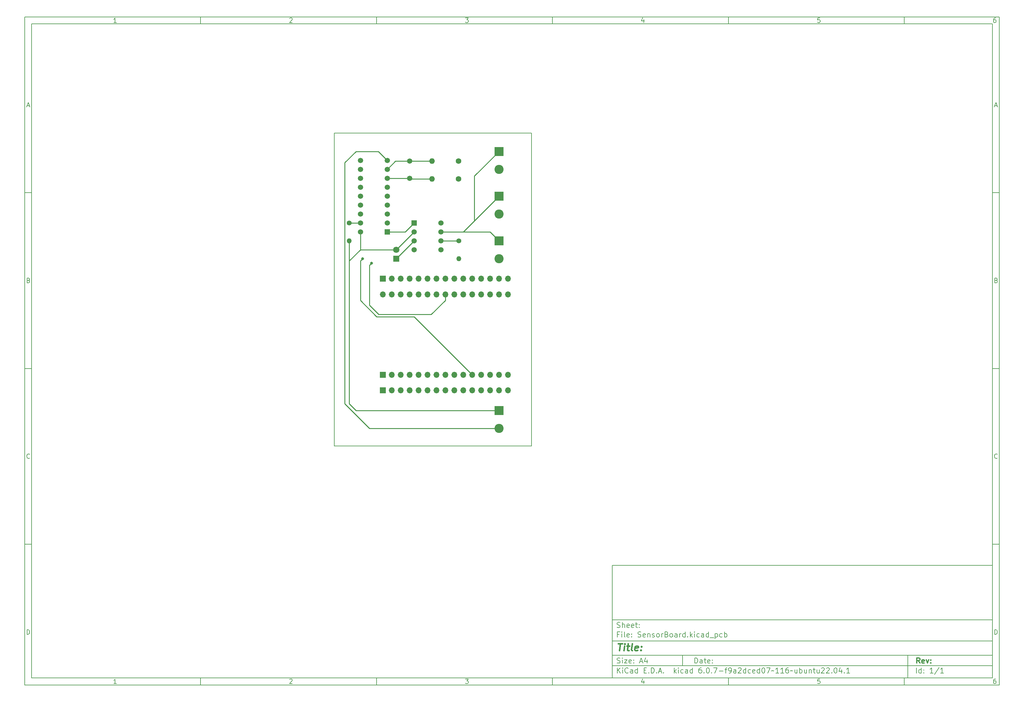
<source format=gbr>
%TF.GenerationSoftware,KiCad,Pcbnew,6.0.7-f9a2dced07~116~ubuntu22.04.1*%
%TF.CreationDate,2022-07-31T23:28:34-04:00*%
%TF.ProjectId,SensorBoard,53656e73-6f72-4426-9f61-72642e6b6963,rev?*%
%TF.SameCoordinates,Original*%
%TF.FileFunction,Copper,L1,Top*%
%TF.FilePolarity,Positive*%
%FSLAX46Y46*%
G04 Gerber Fmt 4.6, Leading zero omitted, Abs format (unit mm)*
G04 Created by KiCad (PCBNEW 6.0.7-f9a2dced07~116~ubuntu22.04.1) date 2022-07-31 23:28:34*
%MOMM*%
%LPD*%
G01*
G04 APERTURE LIST*
%ADD10C,0.100000*%
%ADD11C,0.150000*%
%ADD12C,0.300000*%
%ADD13C,0.400000*%
%TA.AperFunction,Profile*%
%ADD14C,0.200000*%
%TD*%
%TA.AperFunction,ComponentPad*%
%ADD15R,1.498600X1.498600*%
%TD*%
%TA.AperFunction,ComponentPad*%
%ADD16C,1.498600*%
%TD*%
%TA.AperFunction,ComponentPad*%
%ADD17R,1.700000X1.700000*%
%TD*%
%TA.AperFunction,ComponentPad*%
%ADD18O,1.700000X1.700000*%
%TD*%
%TA.AperFunction,ComponentPad*%
%ADD19R,1.800000X1.800000*%
%TD*%
%TA.AperFunction,ComponentPad*%
%ADD20C,1.800000*%
%TD*%
%TA.AperFunction,ComponentPad*%
%ADD21R,2.600000X2.600000*%
%TD*%
%TA.AperFunction,ComponentPad*%
%ADD22C,2.600000*%
%TD*%
%TA.AperFunction,ComponentPad*%
%ADD23C,1.600000*%
%TD*%
%TA.AperFunction,ComponentPad*%
%ADD24O,1.600000X1.600000*%
%TD*%
%TA.AperFunction,ComponentPad*%
%ADD25C,1.400000*%
%TD*%
%TA.AperFunction,ComponentPad*%
%ADD26O,1.400000X1.400000*%
%TD*%
%TA.AperFunction,ComponentPad*%
%ADD27C,1.500000*%
%TD*%
%TA.AperFunction,ViaPad*%
%ADD28C,0.800000*%
%TD*%
%TA.AperFunction,Conductor*%
%ADD29C,0.250000*%
%TD*%
G04 APERTURE END LIST*
D10*
D11*
X177002200Y-166007200D02*
X177002200Y-198007200D01*
X285002200Y-198007200D01*
X285002200Y-166007200D01*
X177002200Y-166007200D01*
D10*
D11*
X10000000Y-10000000D02*
X10000000Y-200007200D01*
X287002200Y-200007200D01*
X287002200Y-10000000D01*
X10000000Y-10000000D01*
D10*
D11*
X12000000Y-12000000D02*
X12000000Y-198007200D01*
X285002200Y-198007200D01*
X285002200Y-12000000D01*
X12000000Y-12000000D01*
D10*
D11*
X60000000Y-12000000D02*
X60000000Y-10000000D01*
D10*
D11*
X110000000Y-12000000D02*
X110000000Y-10000000D01*
D10*
D11*
X160000000Y-12000000D02*
X160000000Y-10000000D01*
D10*
D11*
X210000000Y-12000000D02*
X210000000Y-10000000D01*
D10*
D11*
X260000000Y-12000000D02*
X260000000Y-10000000D01*
D10*
D11*
X36065476Y-11588095D02*
X35322619Y-11588095D01*
X35694047Y-11588095D02*
X35694047Y-10288095D01*
X35570238Y-10473809D01*
X35446428Y-10597619D01*
X35322619Y-10659523D01*
D10*
D11*
X85322619Y-10411904D02*
X85384523Y-10350000D01*
X85508333Y-10288095D01*
X85817857Y-10288095D01*
X85941666Y-10350000D01*
X86003571Y-10411904D01*
X86065476Y-10535714D01*
X86065476Y-10659523D01*
X86003571Y-10845238D01*
X85260714Y-11588095D01*
X86065476Y-11588095D01*
D10*
D11*
X135260714Y-10288095D02*
X136065476Y-10288095D01*
X135632142Y-10783333D01*
X135817857Y-10783333D01*
X135941666Y-10845238D01*
X136003571Y-10907142D01*
X136065476Y-11030952D01*
X136065476Y-11340476D01*
X136003571Y-11464285D01*
X135941666Y-11526190D01*
X135817857Y-11588095D01*
X135446428Y-11588095D01*
X135322619Y-11526190D01*
X135260714Y-11464285D01*
D10*
D11*
X185941666Y-10721428D02*
X185941666Y-11588095D01*
X185632142Y-10226190D02*
X185322619Y-11154761D01*
X186127380Y-11154761D01*
D10*
D11*
X236003571Y-10288095D02*
X235384523Y-10288095D01*
X235322619Y-10907142D01*
X235384523Y-10845238D01*
X235508333Y-10783333D01*
X235817857Y-10783333D01*
X235941666Y-10845238D01*
X236003571Y-10907142D01*
X236065476Y-11030952D01*
X236065476Y-11340476D01*
X236003571Y-11464285D01*
X235941666Y-11526190D01*
X235817857Y-11588095D01*
X235508333Y-11588095D01*
X235384523Y-11526190D01*
X235322619Y-11464285D01*
D10*
D11*
X285941666Y-10288095D02*
X285694047Y-10288095D01*
X285570238Y-10350000D01*
X285508333Y-10411904D01*
X285384523Y-10597619D01*
X285322619Y-10845238D01*
X285322619Y-11340476D01*
X285384523Y-11464285D01*
X285446428Y-11526190D01*
X285570238Y-11588095D01*
X285817857Y-11588095D01*
X285941666Y-11526190D01*
X286003571Y-11464285D01*
X286065476Y-11340476D01*
X286065476Y-11030952D01*
X286003571Y-10907142D01*
X285941666Y-10845238D01*
X285817857Y-10783333D01*
X285570238Y-10783333D01*
X285446428Y-10845238D01*
X285384523Y-10907142D01*
X285322619Y-11030952D01*
D10*
D11*
X60000000Y-198007200D02*
X60000000Y-200007200D01*
D10*
D11*
X110000000Y-198007200D02*
X110000000Y-200007200D01*
D10*
D11*
X160000000Y-198007200D02*
X160000000Y-200007200D01*
D10*
D11*
X210000000Y-198007200D02*
X210000000Y-200007200D01*
D10*
D11*
X260000000Y-198007200D02*
X260000000Y-200007200D01*
D10*
D11*
X36065476Y-199595295D02*
X35322619Y-199595295D01*
X35694047Y-199595295D02*
X35694047Y-198295295D01*
X35570238Y-198481009D01*
X35446428Y-198604819D01*
X35322619Y-198666723D01*
D10*
D11*
X85322619Y-198419104D02*
X85384523Y-198357200D01*
X85508333Y-198295295D01*
X85817857Y-198295295D01*
X85941666Y-198357200D01*
X86003571Y-198419104D01*
X86065476Y-198542914D01*
X86065476Y-198666723D01*
X86003571Y-198852438D01*
X85260714Y-199595295D01*
X86065476Y-199595295D01*
D10*
D11*
X135260714Y-198295295D02*
X136065476Y-198295295D01*
X135632142Y-198790533D01*
X135817857Y-198790533D01*
X135941666Y-198852438D01*
X136003571Y-198914342D01*
X136065476Y-199038152D01*
X136065476Y-199347676D01*
X136003571Y-199471485D01*
X135941666Y-199533390D01*
X135817857Y-199595295D01*
X135446428Y-199595295D01*
X135322619Y-199533390D01*
X135260714Y-199471485D01*
D10*
D11*
X185941666Y-198728628D02*
X185941666Y-199595295D01*
X185632142Y-198233390D02*
X185322619Y-199161961D01*
X186127380Y-199161961D01*
D10*
D11*
X236003571Y-198295295D02*
X235384523Y-198295295D01*
X235322619Y-198914342D01*
X235384523Y-198852438D01*
X235508333Y-198790533D01*
X235817857Y-198790533D01*
X235941666Y-198852438D01*
X236003571Y-198914342D01*
X236065476Y-199038152D01*
X236065476Y-199347676D01*
X236003571Y-199471485D01*
X235941666Y-199533390D01*
X235817857Y-199595295D01*
X235508333Y-199595295D01*
X235384523Y-199533390D01*
X235322619Y-199471485D01*
D10*
D11*
X285941666Y-198295295D02*
X285694047Y-198295295D01*
X285570238Y-198357200D01*
X285508333Y-198419104D01*
X285384523Y-198604819D01*
X285322619Y-198852438D01*
X285322619Y-199347676D01*
X285384523Y-199471485D01*
X285446428Y-199533390D01*
X285570238Y-199595295D01*
X285817857Y-199595295D01*
X285941666Y-199533390D01*
X286003571Y-199471485D01*
X286065476Y-199347676D01*
X286065476Y-199038152D01*
X286003571Y-198914342D01*
X285941666Y-198852438D01*
X285817857Y-198790533D01*
X285570238Y-198790533D01*
X285446428Y-198852438D01*
X285384523Y-198914342D01*
X285322619Y-199038152D01*
D10*
D11*
X10000000Y-60000000D02*
X12000000Y-60000000D01*
D10*
D11*
X10000000Y-110000000D02*
X12000000Y-110000000D01*
D10*
D11*
X10000000Y-160000000D02*
X12000000Y-160000000D01*
D10*
D11*
X10690476Y-35216666D02*
X11309523Y-35216666D01*
X10566666Y-35588095D02*
X11000000Y-34288095D01*
X11433333Y-35588095D01*
D10*
D11*
X11092857Y-84907142D02*
X11278571Y-84969047D01*
X11340476Y-85030952D01*
X11402380Y-85154761D01*
X11402380Y-85340476D01*
X11340476Y-85464285D01*
X11278571Y-85526190D01*
X11154761Y-85588095D01*
X10659523Y-85588095D01*
X10659523Y-84288095D01*
X11092857Y-84288095D01*
X11216666Y-84350000D01*
X11278571Y-84411904D01*
X11340476Y-84535714D01*
X11340476Y-84659523D01*
X11278571Y-84783333D01*
X11216666Y-84845238D01*
X11092857Y-84907142D01*
X10659523Y-84907142D01*
D10*
D11*
X11402380Y-135464285D02*
X11340476Y-135526190D01*
X11154761Y-135588095D01*
X11030952Y-135588095D01*
X10845238Y-135526190D01*
X10721428Y-135402380D01*
X10659523Y-135278571D01*
X10597619Y-135030952D01*
X10597619Y-134845238D01*
X10659523Y-134597619D01*
X10721428Y-134473809D01*
X10845238Y-134350000D01*
X11030952Y-134288095D01*
X11154761Y-134288095D01*
X11340476Y-134350000D01*
X11402380Y-134411904D01*
D10*
D11*
X10659523Y-185588095D02*
X10659523Y-184288095D01*
X10969047Y-184288095D01*
X11154761Y-184350000D01*
X11278571Y-184473809D01*
X11340476Y-184597619D01*
X11402380Y-184845238D01*
X11402380Y-185030952D01*
X11340476Y-185278571D01*
X11278571Y-185402380D01*
X11154761Y-185526190D01*
X10969047Y-185588095D01*
X10659523Y-185588095D01*
D10*
D11*
X287002200Y-60000000D02*
X285002200Y-60000000D01*
D10*
D11*
X287002200Y-110000000D02*
X285002200Y-110000000D01*
D10*
D11*
X287002200Y-160000000D02*
X285002200Y-160000000D01*
D10*
D11*
X285692676Y-35216666D02*
X286311723Y-35216666D01*
X285568866Y-35588095D02*
X286002200Y-34288095D01*
X286435533Y-35588095D01*
D10*
D11*
X286095057Y-84907142D02*
X286280771Y-84969047D01*
X286342676Y-85030952D01*
X286404580Y-85154761D01*
X286404580Y-85340476D01*
X286342676Y-85464285D01*
X286280771Y-85526190D01*
X286156961Y-85588095D01*
X285661723Y-85588095D01*
X285661723Y-84288095D01*
X286095057Y-84288095D01*
X286218866Y-84350000D01*
X286280771Y-84411904D01*
X286342676Y-84535714D01*
X286342676Y-84659523D01*
X286280771Y-84783333D01*
X286218866Y-84845238D01*
X286095057Y-84907142D01*
X285661723Y-84907142D01*
D10*
D11*
X286404580Y-135464285D02*
X286342676Y-135526190D01*
X286156961Y-135588095D01*
X286033152Y-135588095D01*
X285847438Y-135526190D01*
X285723628Y-135402380D01*
X285661723Y-135278571D01*
X285599819Y-135030952D01*
X285599819Y-134845238D01*
X285661723Y-134597619D01*
X285723628Y-134473809D01*
X285847438Y-134350000D01*
X286033152Y-134288095D01*
X286156961Y-134288095D01*
X286342676Y-134350000D01*
X286404580Y-134411904D01*
D10*
D11*
X285661723Y-185588095D02*
X285661723Y-184288095D01*
X285971247Y-184288095D01*
X286156961Y-184350000D01*
X286280771Y-184473809D01*
X286342676Y-184597619D01*
X286404580Y-184845238D01*
X286404580Y-185030952D01*
X286342676Y-185278571D01*
X286280771Y-185402380D01*
X286156961Y-185526190D01*
X285971247Y-185588095D01*
X285661723Y-185588095D01*
D10*
D11*
X200434342Y-193785771D02*
X200434342Y-192285771D01*
X200791485Y-192285771D01*
X201005771Y-192357200D01*
X201148628Y-192500057D01*
X201220057Y-192642914D01*
X201291485Y-192928628D01*
X201291485Y-193142914D01*
X201220057Y-193428628D01*
X201148628Y-193571485D01*
X201005771Y-193714342D01*
X200791485Y-193785771D01*
X200434342Y-193785771D01*
X202577200Y-193785771D02*
X202577200Y-193000057D01*
X202505771Y-192857200D01*
X202362914Y-192785771D01*
X202077200Y-192785771D01*
X201934342Y-192857200D01*
X202577200Y-193714342D02*
X202434342Y-193785771D01*
X202077200Y-193785771D01*
X201934342Y-193714342D01*
X201862914Y-193571485D01*
X201862914Y-193428628D01*
X201934342Y-193285771D01*
X202077200Y-193214342D01*
X202434342Y-193214342D01*
X202577200Y-193142914D01*
X203077200Y-192785771D02*
X203648628Y-192785771D01*
X203291485Y-192285771D02*
X203291485Y-193571485D01*
X203362914Y-193714342D01*
X203505771Y-193785771D01*
X203648628Y-193785771D01*
X204720057Y-193714342D02*
X204577200Y-193785771D01*
X204291485Y-193785771D01*
X204148628Y-193714342D01*
X204077200Y-193571485D01*
X204077200Y-193000057D01*
X204148628Y-192857200D01*
X204291485Y-192785771D01*
X204577200Y-192785771D01*
X204720057Y-192857200D01*
X204791485Y-193000057D01*
X204791485Y-193142914D01*
X204077200Y-193285771D01*
X205434342Y-193642914D02*
X205505771Y-193714342D01*
X205434342Y-193785771D01*
X205362914Y-193714342D01*
X205434342Y-193642914D01*
X205434342Y-193785771D01*
X205434342Y-192857200D02*
X205505771Y-192928628D01*
X205434342Y-193000057D01*
X205362914Y-192928628D01*
X205434342Y-192857200D01*
X205434342Y-193000057D01*
D10*
D11*
X177002200Y-194507200D02*
X285002200Y-194507200D01*
D10*
D11*
X178434342Y-196585771D02*
X178434342Y-195085771D01*
X179291485Y-196585771D02*
X178648628Y-195728628D01*
X179291485Y-195085771D02*
X178434342Y-195942914D01*
X179934342Y-196585771D02*
X179934342Y-195585771D01*
X179934342Y-195085771D02*
X179862914Y-195157200D01*
X179934342Y-195228628D01*
X180005771Y-195157200D01*
X179934342Y-195085771D01*
X179934342Y-195228628D01*
X181505771Y-196442914D02*
X181434342Y-196514342D01*
X181220057Y-196585771D01*
X181077200Y-196585771D01*
X180862914Y-196514342D01*
X180720057Y-196371485D01*
X180648628Y-196228628D01*
X180577200Y-195942914D01*
X180577200Y-195728628D01*
X180648628Y-195442914D01*
X180720057Y-195300057D01*
X180862914Y-195157200D01*
X181077200Y-195085771D01*
X181220057Y-195085771D01*
X181434342Y-195157200D01*
X181505771Y-195228628D01*
X182791485Y-196585771D02*
X182791485Y-195800057D01*
X182720057Y-195657200D01*
X182577200Y-195585771D01*
X182291485Y-195585771D01*
X182148628Y-195657200D01*
X182791485Y-196514342D02*
X182648628Y-196585771D01*
X182291485Y-196585771D01*
X182148628Y-196514342D01*
X182077200Y-196371485D01*
X182077200Y-196228628D01*
X182148628Y-196085771D01*
X182291485Y-196014342D01*
X182648628Y-196014342D01*
X182791485Y-195942914D01*
X184148628Y-196585771D02*
X184148628Y-195085771D01*
X184148628Y-196514342D02*
X184005771Y-196585771D01*
X183720057Y-196585771D01*
X183577200Y-196514342D01*
X183505771Y-196442914D01*
X183434342Y-196300057D01*
X183434342Y-195871485D01*
X183505771Y-195728628D01*
X183577200Y-195657200D01*
X183720057Y-195585771D01*
X184005771Y-195585771D01*
X184148628Y-195657200D01*
X186005771Y-195800057D02*
X186505771Y-195800057D01*
X186720057Y-196585771D02*
X186005771Y-196585771D01*
X186005771Y-195085771D01*
X186720057Y-195085771D01*
X187362914Y-196442914D02*
X187434342Y-196514342D01*
X187362914Y-196585771D01*
X187291485Y-196514342D01*
X187362914Y-196442914D01*
X187362914Y-196585771D01*
X188077200Y-196585771D02*
X188077200Y-195085771D01*
X188434342Y-195085771D01*
X188648628Y-195157200D01*
X188791485Y-195300057D01*
X188862914Y-195442914D01*
X188934342Y-195728628D01*
X188934342Y-195942914D01*
X188862914Y-196228628D01*
X188791485Y-196371485D01*
X188648628Y-196514342D01*
X188434342Y-196585771D01*
X188077200Y-196585771D01*
X189577200Y-196442914D02*
X189648628Y-196514342D01*
X189577200Y-196585771D01*
X189505771Y-196514342D01*
X189577200Y-196442914D01*
X189577200Y-196585771D01*
X190220057Y-196157200D02*
X190934342Y-196157200D01*
X190077200Y-196585771D02*
X190577200Y-195085771D01*
X191077200Y-196585771D01*
X191577200Y-196442914D02*
X191648628Y-196514342D01*
X191577200Y-196585771D01*
X191505771Y-196514342D01*
X191577200Y-196442914D01*
X191577200Y-196585771D01*
X194577200Y-196585771D02*
X194577200Y-195085771D01*
X194720057Y-196014342D02*
X195148628Y-196585771D01*
X195148628Y-195585771D02*
X194577200Y-196157200D01*
X195791485Y-196585771D02*
X195791485Y-195585771D01*
X195791485Y-195085771D02*
X195720057Y-195157200D01*
X195791485Y-195228628D01*
X195862914Y-195157200D01*
X195791485Y-195085771D01*
X195791485Y-195228628D01*
X197148628Y-196514342D02*
X197005771Y-196585771D01*
X196720057Y-196585771D01*
X196577200Y-196514342D01*
X196505771Y-196442914D01*
X196434342Y-196300057D01*
X196434342Y-195871485D01*
X196505771Y-195728628D01*
X196577200Y-195657200D01*
X196720057Y-195585771D01*
X197005771Y-195585771D01*
X197148628Y-195657200D01*
X198434342Y-196585771D02*
X198434342Y-195800057D01*
X198362914Y-195657200D01*
X198220057Y-195585771D01*
X197934342Y-195585771D01*
X197791485Y-195657200D01*
X198434342Y-196514342D02*
X198291485Y-196585771D01*
X197934342Y-196585771D01*
X197791485Y-196514342D01*
X197720057Y-196371485D01*
X197720057Y-196228628D01*
X197791485Y-196085771D01*
X197934342Y-196014342D01*
X198291485Y-196014342D01*
X198434342Y-195942914D01*
X199791485Y-196585771D02*
X199791485Y-195085771D01*
X199791485Y-196514342D02*
X199648628Y-196585771D01*
X199362914Y-196585771D01*
X199220057Y-196514342D01*
X199148628Y-196442914D01*
X199077200Y-196300057D01*
X199077200Y-195871485D01*
X199148628Y-195728628D01*
X199220057Y-195657200D01*
X199362914Y-195585771D01*
X199648628Y-195585771D01*
X199791485Y-195657200D01*
X202291485Y-195085771D02*
X202005771Y-195085771D01*
X201862914Y-195157200D01*
X201791485Y-195228628D01*
X201648628Y-195442914D01*
X201577200Y-195728628D01*
X201577200Y-196300057D01*
X201648628Y-196442914D01*
X201720057Y-196514342D01*
X201862914Y-196585771D01*
X202148628Y-196585771D01*
X202291485Y-196514342D01*
X202362914Y-196442914D01*
X202434342Y-196300057D01*
X202434342Y-195942914D01*
X202362914Y-195800057D01*
X202291485Y-195728628D01*
X202148628Y-195657200D01*
X201862914Y-195657200D01*
X201720057Y-195728628D01*
X201648628Y-195800057D01*
X201577200Y-195942914D01*
X203077200Y-196442914D02*
X203148628Y-196514342D01*
X203077200Y-196585771D01*
X203005771Y-196514342D01*
X203077200Y-196442914D01*
X203077200Y-196585771D01*
X204077200Y-195085771D02*
X204220057Y-195085771D01*
X204362914Y-195157200D01*
X204434342Y-195228628D01*
X204505771Y-195371485D01*
X204577200Y-195657200D01*
X204577200Y-196014342D01*
X204505771Y-196300057D01*
X204434342Y-196442914D01*
X204362914Y-196514342D01*
X204220057Y-196585771D01*
X204077200Y-196585771D01*
X203934342Y-196514342D01*
X203862914Y-196442914D01*
X203791485Y-196300057D01*
X203720057Y-196014342D01*
X203720057Y-195657200D01*
X203791485Y-195371485D01*
X203862914Y-195228628D01*
X203934342Y-195157200D01*
X204077200Y-195085771D01*
X205220057Y-196442914D02*
X205291485Y-196514342D01*
X205220057Y-196585771D01*
X205148628Y-196514342D01*
X205220057Y-196442914D01*
X205220057Y-196585771D01*
X205791485Y-195085771D02*
X206791485Y-195085771D01*
X206148628Y-196585771D01*
X207362914Y-196014342D02*
X208505771Y-196014342D01*
X209005771Y-195585771D02*
X209577200Y-195585771D01*
X209220057Y-196585771D02*
X209220057Y-195300057D01*
X209291485Y-195157200D01*
X209434342Y-195085771D01*
X209577200Y-195085771D01*
X210148628Y-196585771D02*
X210434342Y-196585771D01*
X210577200Y-196514342D01*
X210648628Y-196442914D01*
X210791485Y-196228628D01*
X210862914Y-195942914D01*
X210862914Y-195371485D01*
X210791485Y-195228628D01*
X210720057Y-195157200D01*
X210577200Y-195085771D01*
X210291485Y-195085771D01*
X210148628Y-195157200D01*
X210077200Y-195228628D01*
X210005771Y-195371485D01*
X210005771Y-195728628D01*
X210077200Y-195871485D01*
X210148628Y-195942914D01*
X210291485Y-196014342D01*
X210577200Y-196014342D01*
X210720057Y-195942914D01*
X210791485Y-195871485D01*
X210862914Y-195728628D01*
X212148628Y-196585771D02*
X212148628Y-195800057D01*
X212077200Y-195657200D01*
X211934342Y-195585771D01*
X211648628Y-195585771D01*
X211505771Y-195657200D01*
X212148628Y-196514342D02*
X212005771Y-196585771D01*
X211648628Y-196585771D01*
X211505771Y-196514342D01*
X211434342Y-196371485D01*
X211434342Y-196228628D01*
X211505771Y-196085771D01*
X211648628Y-196014342D01*
X212005771Y-196014342D01*
X212148628Y-195942914D01*
X212791485Y-195228628D02*
X212862914Y-195157200D01*
X213005771Y-195085771D01*
X213362914Y-195085771D01*
X213505771Y-195157200D01*
X213577200Y-195228628D01*
X213648628Y-195371485D01*
X213648628Y-195514342D01*
X213577200Y-195728628D01*
X212720057Y-196585771D01*
X213648628Y-196585771D01*
X214934342Y-196585771D02*
X214934342Y-195085771D01*
X214934342Y-196514342D02*
X214791485Y-196585771D01*
X214505771Y-196585771D01*
X214362914Y-196514342D01*
X214291485Y-196442914D01*
X214220057Y-196300057D01*
X214220057Y-195871485D01*
X214291485Y-195728628D01*
X214362914Y-195657200D01*
X214505771Y-195585771D01*
X214791485Y-195585771D01*
X214934342Y-195657200D01*
X216291485Y-196514342D02*
X216148628Y-196585771D01*
X215862914Y-196585771D01*
X215720057Y-196514342D01*
X215648628Y-196442914D01*
X215577200Y-196300057D01*
X215577200Y-195871485D01*
X215648628Y-195728628D01*
X215720057Y-195657200D01*
X215862914Y-195585771D01*
X216148628Y-195585771D01*
X216291485Y-195657200D01*
X217505771Y-196514342D02*
X217362914Y-196585771D01*
X217077200Y-196585771D01*
X216934342Y-196514342D01*
X216862914Y-196371485D01*
X216862914Y-195800057D01*
X216934342Y-195657200D01*
X217077200Y-195585771D01*
X217362914Y-195585771D01*
X217505771Y-195657200D01*
X217577200Y-195800057D01*
X217577200Y-195942914D01*
X216862914Y-196085771D01*
X218862914Y-196585771D02*
X218862914Y-195085771D01*
X218862914Y-196514342D02*
X218720057Y-196585771D01*
X218434342Y-196585771D01*
X218291485Y-196514342D01*
X218220057Y-196442914D01*
X218148628Y-196300057D01*
X218148628Y-195871485D01*
X218220057Y-195728628D01*
X218291485Y-195657200D01*
X218434342Y-195585771D01*
X218720057Y-195585771D01*
X218862914Y-195657200D01*
X219862914Y-195085771D02*
X220005771Y-195085771D01*
X220148628Y-195157200D01*
X220220057Y-195228628D01*
X220291485Y-195371485D01*
X220362914Y-195657200D01*
X220362914Y-196014342D01*
X220291485Y-196300057D01*
X220220057Y-196442914D01*
X220148628Y-196514342D01*
X220005771Y-196585771D01*
X219862914Y-196585771D01*
X219720057Y-196514342D01*
X219648628Y-196442914D01*
X219577200Y-196300057D01*
X219505771Y-196014342D01*
X219505771Y-195657200D01*
X219577200Y-195371485D01*
X219648628Y-195228628D01*
X219720057Y-195157200D01*
X219862914Y-195085771D01*
X220862914Y-195085771D02*
X221862914Y-195085771D01*
X221220057Y-196585771D01*
X222220057Y-196014342D02*
X222291485Y-195942914D01*
X222434342Y-195871485D01*
X222720057Y-196014342D01*
X222862914Y-195942914D01*
X222934342Y-195871485D01*
X224291485Y-196585771D02*
X223434342Y-196585771D01*
X223862914Y-196585771D02*
X223862914Y-195085771D01*
X223720057Y-195300057D01*
X223577200Y-195442914D01*
X223434342Y-195514342D01*
X225720057Y-196585771D02*
X224862914Y-196585771D01*
X225291485Y-196585771D02*
X225291485Y-195085771D01*
X225148628Y-195300057D01*
X225005771Y-195442914D01*
X224862914Y-195514342D01*
X227005771Y-195085771D02*
X226720057Y-195085771D01*
X226577200Y-195157200D01*
X226505771Y-195228628D01*
X226362914Y-195442914D01*
X226291485Y-195728628D01*
X226291485Y-196300057D01*
X226362914Y-196442914D01*
X226434342Y-196514342D01*
X226577200Y-196585771D01*
X226862914Y-196585771D01*
X227005771Y-196514342D01*
X227077200Y-196442914D01*
X227148628Y-196300057D01*
X227148628Y-195942914D01*
X227077200Y-195800057D01*
X227005771Y-195728628D01*
X226862914Y-195657200D01*
X226577200Y-195657200D01*
X226434342Y-195728628D01*
X226362914Y-195800057D01*
X226291485Y-195942914D01*
X227577199Y-196014342D02*
X227648628Y-195942914D01*
X227791485Y-195871485D01*
X228077199Y-196014342D01*
X228220057Y-195942914D01*
X228291485Y-195871485D01*
X229505771Y-195585771D02*
X229505771Y-196585771D01*
X228862914Y-195585771D02*
X228862914Y-196371485D01*
X228934342Y-196514342D01*
X229077200Y-196585771D01*
X229291485Y-196585771D01*
X229434342Y-196514342D01*
X229505771Y-196442914D01*
X230220057Y-196585771D02*
X230220057Y-195085771D01*
X230220057Y-195657200D02*
X230362914Y-195585771D01*
X230648628Y-195585771D01*
X230791485Y-195657200D01*
X230862914Y-195728628D01*
X230934342Y-195871485D01*
X230934342Y-196300057D01*
X230862914Y-196442914D01*
X230791485Y-196514342D01*
X230648628Y-196585771D01*
X230362914Y-196585771D01*
X230220057Y-196514342D01*
X232220057Y-195585771D02*
X232220057Y-196585771D01*
X231577200Y-195585771D02*
X231577200Y-196371485D01*
X231648628Y-196514342D01*
X231791485Y-196585771D01*
X232005771Y-196585771D01*
X232148628Y-196514342D01*
X232220057Y-196442914D01*
X232934342Y-195585771D02*
X232934342Y-196585771D01*
X232934342Y-195728628D02*
X233005771Y-195657200D01*
X233148628Y-195585771D01*
X233362914Y-195585771D01*
X233505771Y-195657200D01*
X233577200Y-195800057D01*
X233577200Y-196585771D01*
X234077200Y-195585771D02*
X234648628Y-195585771D01*
X234291485Y-195085771D02*
X234291485Y-196371485D01*
X234362914Y-196514342D01*
X234505771Y-196585771D01*
X234648628Y-196585771D01*
X235791485Y-195585771D02*
X235791485Y-196585771D01*
X235148628Y-195585771D02*
X235148628Y-196371485D01*
X235220057Y-196514342D01*
X235362914Y-196585771D01*
X235577200Y-196585771D01*
X235720057Y-196514342D01*
X235791485Y-196442914D01*
X236434342Y-195228628D02*
X236505771Y-195157200D01*
X236648628Y-195085771D01*
X237005771Y-195085771D01*
X237148628Y-195157200D01*
X237220057Y-195228628D01*
X237291485Y-195371485D01*
X237291485Y-195514342D01*
X237220057Y-195728628D01*
X236362914Y-196585771D01*
X237291485Y-196585771D01*
X237862914Y-195228628D02*
X237934342Y-195157200D01*
X238077200Y-195085771D01*
X238434342Y-195085771D01*
X238577200Y-195157200D01*
X238648628Y-195228628D01*
X238720057Y-195371485D01*
X238720057Y-195514342D01*
X238648628Y-195728628D01*
X237791485Y-196585771D01*
X238720057Y-196585771D01*
X239362914Y-196442914D02*
X239434342Y-196514342D01*
X239362914Y-196585771D01*
X239291485Y-196514342D01*
X239362914Y-196442914D01*
X239362914Y-196585771D01*
X240362914Y-195085771D02*
X240505771Y-195085771D01*
X240648628Y-195157200D01*
X240720057Y-195228628D01*
X240791485Y-195371485D01*
X240862914Y-195657200D01*
X240862914Y-196014342D01*
X240791485Y-196300057D01*
X240720057Y-196442914D01*
X240648628Y-196514342D01*
X240505771Y-196585771D01*
X240362914Y-196585771D01*
X240220057Y-196514342D01*
X240148628Y-196442914D01*
X240077200Y-196300057D01*
X240005771Y-196014342D01*
X240005771Y-195657200D01*
X240077200Y-195371485D01*
X240148628Y-195228628D01*
X240220057Y-195157200D01*
X240362914Y-195085771D01*
X242148628Y-195585771D02*
X242148628Y-196585771D01*
X241791485Y-195014342D02*
X241434342Y-196085771D01*
X242362914Y-196085771D01*
X242934342Y-196442914D02*
X243005771Y-196514342D01*
X242934342Y-196585771D01*
X242862914Y-196514342D01*
X242934342Y-196442914D01*
X242934342Y-196585771D01*
X244434342Y-196585771D02*
X243577199Y-196585771D01*
X244005771Y-196585771D02*
X244005771Y-195085771D01*
X243862914Y-195300057D01*
X243720057Y-195442914D01*
X243577199Y-195514342D01*
D10*
D11*
X177002200Y-191507200D02*
X285002200Y-191507200D01*
D10*
D12*
X264411485Y-193785771D02*
X263911485Y-193071485D01*
X263554342Y-193785771D02*
X263554342Y-192285771D01*
X264125771Y-192285771D01*
X264268628Y-192357200D01*
X264340057Y-192428628D01*
X264411485Y-192571485D01*
X264411485Y-192785771D01*
X264340057Y-192928628D01*
X264268628Y-193000057D01*
X264125771Y-193071485D01*
X263554342Y-193071485D01*
X265625771Y-193714342D02*
X265482914Y-193785771D01*
X265197200Y-193785771D01*
X265054342Y-193714342D01*
X264982914Y-193571485D01*
X264982914Y-193000057D01*
X265054342Y-192857200D01*
X265197200Y-192785771D01*
X265482914Y-192785771D01*
X265625771Y-192857200D01*
X265697200Y-193000057D01*
X265697200Y-193142914D01*
X264982914Y-193285771D01*
X266197200Y-192785771D02*
X266554342Y-193785771D01*
X266911485Y-192785771D01*
X267482914Y-193642914D02*
X267554342Y-193714342D01*
X267482914Y-193785771D01*
X267411485Y-193714342D01*
X267482914Y-193642914D01*
X267482914Y-193785771D01*
X267482914Y-192857200D02*
X267554342Y-192928628D01*
X267482914Y-193000057D01*
X267411485Y-192928628D01*
X267482914Y-192857200D01*
X267482914Y-193000057D01*
D10*
D11*
X178362914Y-193714342D02*
X178577200Y-193785771D01*
X178934342Y-193785771D01*
X179077200Y-193714342D01*
X179148628Y-193642914D01*
X179220057Y-193500057D01*
X179220057Y-193357200D01*
X179148628Y-193214342D01*
X179077200Y-193142914D01*
X178934342Y-193071485D01*
X178648628Y-193000057D01*
X178505771Y-192928628D01*
X178434342Y-192857200D01*
X178362914Y-192714342D01*
X178362914Y-192571485D01*
X178434342Y-192428628D01*
X178505771Y-192357200D01*
X178648628Y-192285771D01*
X179005771Y-192285771D01*
X179220057Y-192357200D01*
X179862914Y-193785771D02*
X179862914Y-192785771D01*
X179862914Y-192285771D02*
X179791485Y-192357200D01*
X179862914Y-192428628D01*
X179934342Y-192357200D01*
X179862914Y-192285771D01*
X179862914Y-192428628D01*
X180434342Y-192785771D02*
X181220057Y-192785771D01*
X180434342Y-193785771D01*
X181220057Y-193785771D01*
X182362914Y-193714342D02*
X182220057Y-193785771D01*
X181934342Y-193785771D01*
X181791485Y-193714342D01*
X181720057Y-193571485D01*
X181720057Y-193000057D01*
X181791485Y-192857200D01*
X181934342Y-192785771D01*
X182220057Y-192785771D01*
X182362914Y-192857200D01*
X182434342Y-193000057D01*
X182434342Y-193142914D01*
X181720057Y-193285771D01*
X183077200Y-193642914D02*
X183148628Y-193714342D01*
X183077200Y-193785771D01*
X183005771Y-193714342D01*
X183077200Y-193642914D01*
X183077200Y-193785771D01*
X183077200Y-192857200D02*
X183148628Y-192928628D01*
X183077200Y-193000057D01*
X183005771Y-192928628D01*
X183077200Y-192857200D01*
X183077200Y-193000057D01*
X184862914Y-193357200D02*
X185577200Y-193357200D01*
X184720057Y-193785771D02*
X185220057Y-192285771D01*
X185720057Y-193785771D01*
X186862914Y-192785771D02*
X186862914Y-193785771D01*
X186505771Y-192214342D02*
X186148628Y-193285771D01*
X187077200Y-193285771D01*
D10*
D11*
X263434342Y-196585771D02*
X263434342Y-195085771D01*
X264791485Y-196585771D02*
X264791485Y-195085771D01*
X264791485Y-196514342D02*
X264648628Y-196585771D01*
X264362914Y-196585771D01*
X264220057Y-196514342D01*
X264148628Y-196442914D01*
X264077200Y-196300057D01*
X264077200Y-195871485D01*
X264148628Y-195728628D01*
X264220057Y-195657200D01*
X264362914Y-195585771D01*
X264648628Y-195585771D01*
X264791485Y-195657200D01*
X265505771Y-196442914D02*
X265577200Y-196514342D01*
X265505771Y-196585771D01*
X265434342Y-196514342D01*
X265505771Y-196442914D01*
X265505771Y-196585771D01*
X265505771Y-195657200D02*
X265577200Y-195728628D01*
X265505771Y-195800057D01*
X265434342Y-195728628D01*
X265505771Y-195657200D01*
X265505771Y-195800057D01*
X268148628Y-196585771D02*
X267291485Y-196585771D01*
X267720057Y-196585771D02*
X267720057Y-195085771D01*
X267577200Y-195300057D01*
X267434342Y-195442914D01*
X267291485Y-195514342D01*
X269862914Y-195014342D02*
X268577200Y-196942914D01*
X271148628Y-196585771D02*
X270291485Y-196585771D01*
X270720057Y-196585771D02*
X270720057Y-195085771D01*
X270577200Y-195300057D01*
X270434342Y-195442914D01*
X270291485Y-195514342D01*
D10*
D11*
X177002200Y-187507200D02*
X285002200Y-187507200D01*
D10*
D13*
X178714580Y-188211961D02*
X179857438Y-188211961D01*
X179036009Y-190211961D02*
X179286009Y-188211961D01*
X180274104Y-190211961D02*
X180440771Y-188878628D01*
X180524104Y-188211961D02*
X180416961Y-188307200D01*
X180500295Y-188402438D01*
X180607438Y-188307200D01*
X180524104Y-188211961D01*
X180500295Y-188402438D01*
X181107438Y-188878628D02*
X181869342Y-188878628D01*
X181476485Y-188211961D02*
X181262200Y-189926247D01*
X181333628Y-190116723D01*
X181512200Y-190211961D01*
X181702676Y-190211961D01*
X182655057Y-190211961D02*
X182476485Y-190116723D01*
X182405057Y-189926247D01*
X182619342Y-188211961D01*
X184190771Y-190116723D02*
X183988390Y-190211961D01*
X183607438Y-190211961D01*
X183428866Y-190116723D01*
X183357438Y-189926247D01*
X183452676Y-189164342D01*
X183571723Y-188973866D01*
X183774104Y-188878628D01*
X184155057Y-188878628D01*
X184333628Y-188973866D01*
X184405057Y-189164342D01*
X184381247Y-189354819D01*
X183405057Y-189545295D01*
X185155057Y-190021485D02*
X185238390Y-190116723D01*
X185131247Y-190211961D01*
X185047914Y-190116723D01*
X185155057Y-190021485D01*
X185131247Y-190211961D01*
X185286009Y-188973866D02*
X185369342Y-189069104D01*
X185262200Y-189164342D01*
X185178866Y-189069104D01*
X185286009Y-188973866D01*
X185262200Y-189164342D01*
D10*
D11*
X178934342Y-185600057D02*
X178434342Y-185600057D01*
X178434342Y-186385771D02*
X178434342Y-184885771D01*
X179148628Y-184885771D01*
X179720057Y-186385771D02*
X179720057Y-185385771D01*
X179720057Y-184885771D02*
X179648628Y-184957200D01*
X179720057Y-185028628D01*
X179791485Y-184957200D01*
X179720057Y-184885771D01*
X179720057Y-185028628D01*
X180648628Y-186385771D02*
X180505771Y-186314342D01*
X180434342Y-186171485D01*
X180434342Y-184885771D01*
X181791485Y-186314342D02*
X181648628Y-186385771D01*
X181362914Y-186385771D01*
X181220057Y-186314342D01*
X181148628Y-186171485D01*
X181148628Y-185600057D01*
X181220057Y-185457200D01*
X181362914Y-185385771D01*
X181648628Y-185385771D01*
X181791485Y-185457200D01*
X181862914Y-185600057D01*
X181862914Y-185742914D01*
X181148628Y-185885771D01*
X182505771Y-186242914D02*
X182577200Y-186314342D01*
X182505771Y-186385771D01*
X182434342Y-186314342D01*
X182505771Y-186242914D01*
X182505771Y-186385771D01*
X182505771Y-185457200D02*
X182577200Y-185528628D01*
X182505771Y-185600057D01*
X182434342Y-185528628D01*
X182505771Y-185457200D01*
X182505771Y-185600057D01*
X184291485Y-186314342D02*
X184505771Y-186385771D01*
X184862914Y-186385771D01*
X185005771Y-186314342D01*
X185077200Y-186242914D01*
X185148628Y-186100057D01*
X185148628Y-185957200D01*
X185077200Y-185814342D01*
X185005771Y-185742914D01*
X184862914Y-185671485D01*
X184577200Y-185600057D01*
X184434342Y-185528628D01*
X184362914Y-185457200D01*
X184291485Y-185314342D01*
X184291485Y-185171485D01*
X184362914Y-185028628D01*
X184434342Y-184957200D01*
X184577200Y-184885771D01*
X184934342Y-184885771D01*
X185148628Y-184957200D01*
X186362914Y-186314342D02*
X186220057Y-186385771D01*
X185934342Y-186385771D01*
X185791485Y-186314342D01*
X185720057Y-186171485D01*
X185720057Y-185600057D01*
X185791485Y-185457200D01*
X185934342Y-185385771D01*
X186220057Y-185385771D01*
X186362914Y-185457200D01*
X186434342Y-185600057D01*
X186434342Y-185742914D01*
X185720057Y-185885771D01*
X187077200Y-185385771D02*
X187077200Y-186385771D01*
X187077200Y-185528628D02*
X187148628Y-185457200D01*
X187291485Y-185385771D01*
X187505771Y-185385771D01*
X187648628Y-185457200D01*
X187720057Y-185600057D01*
X187720057Y-186385771D01*
X188362914Y-186314342D02*
X188505771Y-186385771D01*
X188791485Y-186385771D01*
X188934342Y-186314342D01*
X189005771Y-186171485D01*
X189005771Y-186100057D01*
X188934342Y-185957200D01*
X188791485Y-185885771D01*
X188577200Y-185885771D01*
X188434342Y-185814342D01*
X188362914Y-185671485D01*
X188362914Y-185600057D01*
X188434342Y-185457200D01*
X188577200Y-185385771D01*
X188791485Y-185385771D01*
X188934342Y-185457200D01*
X189862914Y-186385771D02*
X189720057Y-186314342D01*
X189648628Y-186242914D01*
X189577200Y-186100057D01*
X189577200Y-185671485D01*
X189648628Y-185528628D01*
X189720057Y-185457200D01*
X189862914Y-185385771D01*
X190077200Y-185385771D01*
X190220057Y-185457200D01*
X190291485Y-185528628D01*
X190362914Y-185671485D01*
X190362914Y-186100057D01*
X190291485Y-186242914D01*
X190220057Y-186314342D01*
X190077200Y-186385771D01*
X189862914Y-186385771D01*
X191005771Y-186385771D02*
X191005771Y-185385771D01*
X191005771Y-185671485D02*
X191077200Y-185528628D01*
X191148628Y-185457200D01*
X191291485Y-185385771D01*
X191434342Y-185385771D01*
X192434342Y-185600057D02*
X192648628Y-185671485D01*
X192720057Y-185742914D01*
X192791485Y-185885771D01*
X192791485Y-186100057D01*
X192720057Y-186242914D01*
X192648628Y-186314342D01*
X192505771Y-186385771D01*
X191934342Y-186385771D01*
X191934342Y-184885771D01*
X192434342Y-184885771D01*
X192577200Y-184957200D01*
X192648628Y-185028628D01*
X192720057Y-185171485D01*
X192720057Y-185314342D01*
X192648628Y-185457200D01*
X192577200Y-185528628D01*
X192434342Y-185600057D01*
X191934342Y-185600057D01*
X193648628Y-186385771D02*
X193505771Y-186314342D01*
X193434342Y-186242914D01*
X193362914Y-186100057D01*
X193362914Y-185671485D01*
X193434342Y-185528628D01*
X193505771Y-185457200D01*
X193648628Y-185385771D01*
X193862914Y-185385771D01*
X194005771Y-185457200D01*
X194077200Y-185528628D01*
X194148628Y-185671485D01*
X194148628Y-186100057D01*
X194077200Y-186242914D01*
X194005771Y-186314342D01*
X193862914Y-186385771D01*
X193648628Y-186385771D01*
X195434342Y-186385771D02*
X195434342Y-185600057D01*
X195362914Y-185457200D01*
X195220057Y-185385771D01*
X194934342Y-185385771D01*
X194791485Y-185457200D01*
X195434342Y-186314342D02*
X195291485Y-186385771D01*
X194934342Y-186385771D01*
X194791485Y-186314342D01*
X194720057Y-186171485D01*
X194720057Y-186028628D01*
X194791485Y-185885771D01*
X194934342Y-185814342D01*
X195291485Y-185814342D01*
X195434342Y-185742914D01*
X196148628Y-186385771D02*
X196148628Y-185385771D01*
X196148628Y-185671485D02*
X196220057Y-185528628D01*
X196291485Y-185457200D01*
X196434342Y-185385771D01*
X196577200Y-185385771D01*
X197720057Y-186385771D02*
X197720057Y-184885771D01*
X197720057Y-186314342D02*
X197577200Y-186385771D01*
X197291485Y-186385771D01*
X197148628Y-186314342D01*
X197077200Y-186242914D01*
X197005771Y-186100057D01*
X197005771Y-185671485D01*
X197077200Y-185528628D01*
X197148628Y-185457200D01*
X197291485Y-185385771D01*
X197577200Y-185385771D01*
X197720057Y-185457200D01*
X198434342Y-186242914D02*
X198505771Y-186314342D01*
X198434342Y-186385771D01*
X198362914Y-186314342D01*
X198434342Y-186242914D01*
X198434342Y-186385771D01*
X199148628Y-186385771D02*
X199148628Y-184885771D01*
X199291485Y-185814342D02*
X199720057Y-186385771D01*
X199720057Y-185385771D02*
X199148628Y-185957200D01*
X200362914Y-186385771D02*
X200362914Y-185385771D01*
X200362914Y-184885771D02*
X200291485Y-184957200D01*
X200362914Y-185028628D01*
X200434342Y-184957200D01*
X200362914Y-184885771D01*
X200362914Y-185028628D01*
X201720057Y-186314342D02*
X201577200Y-186385771D01*
X201291485Y-186385771D01*
X201148628Y-186314342D01*
X201077200Y-186242914D01*
X201005771Y-186100057D01*
X201005771Y-185671485D01*
X201077200Y-185528628D01*
X201148628Y-185457200D01*
X201291485Y-185385771D01*
X201577200Y-185385771D01*
X201720057Y-185457200D01*
X203005771Y-186385771D02*
X203005771Y-185600057D01*
X202934342Y-185457200D01*
X202791485Y-185385771D01*
X202505771Y-185385771D01*
X202362914Y-185457200D01*
X203005771Y-186314342D02*
X202862914Y-186385771D01*
X202505771Y-186385771D01*
X202362914Y-186314342D01*
X202291485Y-186171485D01*
X202291485Y-186028628D01*
X202362914Y-185885771D01*
X202505771Y-185814342D01*
X202862914Y-185814342D01*
X203005771Y-185742914D01*
X204362914Y-186385771D02*
X204362914Y-184885771D01*
X204362914Y-186314342D02*
X204220057Y-186385771D01*
X203934342Y-186385771D01*
X203791485Y-186314342D01*
X203720057Y-186242914D01*
X203648628Y-186100057D01*
X203648628Y-185671485D01*
X203720057Y-185528628D01*
X203791485Y-185457200D01*
X203934342Y-185385771D01*
X204220057Y-185385771D01*
X204362914Y-185457200D01*
X204720057Y-186528628D02*
X205862914Y-186528628D01*
X206220057Y-185385771D02*
X206220057Y-186885771D01*
X206220057Y-185457200D02*
X206362914Y-185385771D01*
X206648628Y-185385771D01*
X206791485Y-185457200D01*
X206862914Y-185528628D01*
X206934342Y-185671485D01*
X206934342Y-186100057D01*
X206862914Y-186242914D01*
X206791485Y-186314342D01*
X206648628Y-186385771D01*
X206362914Y-186385771D01*
X206220057Y-186314342D01*
X208220057Y-186314342D02*
X208077200Y-186385771D01*
X207791485Y-186385771D01*
X207648628Y-186314342D01*
X207577200Y-186242914D01*
X207505771Y-186100057D01*
X207505771Y-185671485D01*
X207577200Y-185528628D01*
X207648628Y-185457200D01*
X207791485Y-185385771D01*
X208077200Y-185385771D01*
X208220057Y-185457200D01*
X208862914Y-186385771D02*
X208862914Y-184885771D01*
X208862914Y-185457200D02*
X209005771Y-185385771D01*
X209291485Y-185385771D01*
X209434342Y-185457200D01*
X209505771Y-185528628D01*
X209577200Y-185671485D01*
X209577200Y-186100057D01*
X209505771Y-186242914D01*
X209434342Y-186314342D01*
X209291485Y-186385771D01*
X209005771Y-186385771D01*
X208862914Y-186314342D01*
D10*
D11*
X177002200Y-181507200D02*
X285002200Y-181507200D01*
D10*
D11*
X178362914Y-183614342D02*
X178577200Y-183685771D01*
X178934342Y-183685771D01*
X179077200Y-183614342D01*
X179148628Y-183542914D01*
X179220057Y-183400057D01*
X179220057Y-183257200D01*
X179148628Y-183114342D01*
X179077200Y-183042914D01*
X178934342Y-182971485D01*
X178648628Y-182900057D01*
X178505771Y-182828628D01*
X178434342Y-182757200D01*
X178362914Y-182614342D01*
X178362914Y-182471485D01*
X178434342Y-182328628D01*
X178505771Y-182257200D01*
X178648628Y-182185771D01*
X179005771Y-182185771D01*
X179220057Y-182257200D01*
X179862914Y-183685771D02*
X179862914Y-182185771D01*
X180505771Y-183685771D02*
X180505771Y-182900057D01*
X180434342Y-182757200D01*
X180291485Y-182685771D01*
X180077200Y-182685771D01*
X179934342Y-182757200D01*
X179862914Y-182828628D01*
X181791485Y-183614342D02*
X181648628Y-183685771D01*
X181362914Y-183685771D01*
X181220057Y-183614342D01*
X181148628Y-183471485D01*
X181148628Y-182900057D01*
X181220057Y-182757200D01*
X181362914Y-182685771D01*
X181648628Y-182685771D01*
X181791485Y-182757200D01*
X181862914Y-182900057D01*
X181862914Y-183042914D01*
X181148628Y-183185771D01*
X183077200Y-183614342D02*
X182934342Y-183685771D01*
X182648628Y-183685771D01*
X182505771Y-183614342D01*
X182434342Y-183471485D01*
X182434342Y-182900057D01*
X182505771Y-182757200D01*
X182648628Y-182685771D01*
X182934342Y-182685771D01*
X183077200Y-182757200D01*
X183148628Y-182900057D01*
X183148628Y-183042914D01*
X182434342Y-183185771D01*
X183577200Y-182685771D02*
X184148628Y-182685771D01*
X183791485Y-182185771D02*
X183791485Y-183471485D01*
X183862914Y-183614342D01*
X184005771Y-183685771D01*
X184148628Y-183685771D01*
X184648628Y-183542914D02*
X184720057Y-183614342D01*
X184648628Y-183685771D01*
X184577200Y-183614342D01*
X184648628Y-183542914D01*
X184648628Y-183685771D01*
X184648628Y-182757200D02*
X184720057Y-182828628D01*
X184648628Y-182900057D01*
X184577200Y-182828628D01*
X184648628Y-182757200D01*
X184648628Y-182900057D01*
D10*
D12*
D10*
D11*
D10*
D11*
D10*
D11*
D10*
D11*
D10*
D11*
X197002200Y-191507200D02*
X197002200Y-194507200D01*
D10*
D11*
X261002200Y-191507200D02*
X261002200Y-198007200D01*
D14*
X154000000Y-132000000D02*
X98000000Y-132000000D01*
X98000000Y-132000000D02*
X98000000Y-43000000D01*
X98000000Y-43000000D02*
X154000000Y-43000000D01*
X154000000Y-43000000D02*
X154000000Y-132000000D01*
D15*
%TO.P,TRANSCEIVER_1,1,TXD*%
%TO.N,TX*%
X120650000Y-68580000D03*
D16*
%TO.P,TRANSCEIVER_1,2,VSS*%
%TO.N,VCC*%
X120650000Y-71120000D03*
%TO.P,TRANSCEIVER_1,3,VDD*%
%TO.N,GNDREF*%
X120650000Y-73660000D03*
%TO.P,TRANSCEIVER_1,4,RXD*%
%TO.N,RX*%
X120650000Y-76200000D03*
%TO.P,TRANSCEIVER_1,5,SPLIT*%
%TO.N,unconnected-(TRANSCEIVER_1-Pad5)*%
X128270000Y-76200000D03*
%TO.P,TRANSCEIVER_1,6,CANL*%
%TO.N,Net-(J3-Pad2)*%
X128270000Y-73660000D03*
%TO.P,TRANSCEIVER_1,7,CANH*%
%TO.N,Net-(J2-Pad1)*%
X128270000Y-71120000D03*
%TO.P,TRANSCEIVER_1,8,STBY*%
%TO.N,unconnected-(TRANSCEIVER_1-Pad8)*%
X128270000Y-68580000D03*
%TD*%
%TO.P,CONTROLLER_1,18,VDD*%
%TO.N,VCC*%
X105410000Y-71120000D03*
%TO.P,CONTROLLER_1,17,~{RESET}*%
%TO.N,Net-(CONTROLLER_1-Pad17)*%
X105410000Y-68580000D03*
%TO.P,CONTROLLER_1,16,~{CS}*%
%TO.N,CS0*%
X105410000Y-66040000D03*
%TO.P,CONTROLLER_1,15,SO*%
%TO.N,MISO*%
X105410000Y-63500000D03*
%TO.P,CONTROLLER_1,14,SI*%
%TO.N,MOSI*%
X105410000Y-60960000D03*
%TO.P,CONTROLLER_1,13,SCK*%
%TO.N,SPICLK*%
X105410000Y-58420000D03*
%TO.P,CONTROLLER_1,12,~{INT}*%
%TO.N,unconnected-(CONTROLLER_1-Pad12)*%
X105410000Y-55880000D03*
%TO.P,CONTROLLER_1,11,~{RX0BF}*%
%TO.N,unconnected-(CONTROLLER_1-Pad11)*%
X105410000Y-53340000D03*
%TO.P,CONTROLLER_1,10,~{RX1BF}*%
%TO.N,unconnected-(CONTROLLER_1-Pad10)*%
X105410000Y-50800000D03*
%TO.P,CONTROLLER_1,9,VSS*%
%TO.N,GNDREF*%
X113030000Y-50800000D03*
%TO.P,CONTROLLER_1,8,OSC1*%
%TO.N,Net-(20MHz1-Pad1)*%
X113030000Y-53340000D03*
%TO.P,CONTROLLER_1,7,OSC2*%
%TO.N,Net-(20MHz1-Pad2)*%
X113030000Y-55880000D03*
%TO.P,CONTROLLER_1,6,~{TX2RTS}*%
%TO.N,unconnected-(CONTROLLER_1-Pad6)*%
X113030000Y-58420000D03*
%TO.P,CONTROLLER_1,5,~{TX1RTS}*%
%TO.N,unconnected-(CONTROLLER_1-Pad5)*%
X113030000Y-60960000D03*
%TO.P,CONTROLLER_1,4,~{TX0RTS}*%
%TO.N,unconnected-(CONTROLLER_1-Pad4)*%
X113030000Y-63500000D03*
%TO.P,CONTROLLER_1,3,CLKOUT/SOF*%
%TO.N,unconnected-(CONTROLLER_1-Pad3)*%
X113030000Y-66040000D03*
%TO.P,CONTROLLER_1,2,RXCAN*%
%TO.N,RX*%
X113030000Y-68580000D03*
D15*
%TO.P,CONTROLLER_1,1,TXCAN*%
%TO.N,TX*%
X113030000Y-71120000D03*
%TD*%
D17*
%TO.P,J6,1,Pin_1*%
%TO.N,Net-(J6-Pad1)*%
X111760000Y-84455000D03*
D18*
%TO.P,J6,2,Pin_2*%
%TO.N,Net-(MICROPROCESSOR_1-Pad17)*%
X114300000Y-84455000D03*
%TO.P,J6,3,Pin_3*%
%TO.N,Net-(MICROPROCESSOR_1-Pad18)*%
X116840000Y-84455000D03*
%TO.P,J6,4,Pin_4*%
%TO.N,Net-(MICROPROCESSOR_1-Pad19)*%
X119380000Y-84455000D03*
%TO.P,J6,5,Pin_5*%
%TO.N,Net-(MICROPROCESSOR_1-Pad20)*%
X121920000Y-84455000D03*
%TO.P,J6,6,Pin_6*%
%TO.N,Net-(MICROPROCESSOR_1-Pad21)*%
X124460000Y-84455000D03*
%TO.P,J6,7,Pin_7*%
%TO.N,Net-(MICROPROCESSOR_1-Pad22)*%
X127000000Y-84455000D03*
%TO.P,J6,8,Pin_8*%
%TO.N,MOSI*%
X129540000Y-84455000D03*
%TO.P,J6,9,Pin_9*%
%TO.N,SPICLK*%
X132080000Y-84455000D03*
%TO.P,J6,10,Pin_10*%
%TO.N,MISO*%
X134620000Y-84455000D03*
%TO.P,J6,11,Pin_11*%
%TO.N,Net-(MICROPROCESSOR_1-Pad26)*%
X137160000Y-84455000D03*
%TO.P,J6,12,Pin_12*%
%TO.N,Net-(MICROPROCESSOR_1-Pad27)*%
X139700000Y-84455000D03*
%TO.P,J6,13,Pin_13*%
%TO.N,Net-(MICROPROCESSOR_1-Pad28)*%
X142240000Y-84455000D03*
%TO.P,J6,14,Pin_14*%
%TO.N,Net-(MICROPROCESSOR_1-Pad29)*%
X144780000Y-84455000D03*
%TO.P,J6,15,Pin_15*%
%TO.N,Net-(MICROPROCESSOR_1-Pad30)*%
X147320000Y-84455000D03*
%TD*%
%TO.P,J5,15,Pin_15*%
%TO.N,GNDREF*%
X147320000Y-116205000D03*
%TO.P,J5,14,Pin_14*%
%TO.N,VCC*%
X144780000Y-116205000D03*
%TO.P,J5,13,Pin_13*%
%TO.N,Net-(MICROPROCESSOR_1-Pad13)*%
X142240000Y-116205000D03*
%TO.P,J5,12,Pin_12*%
%TO.N,Net-(MICROPROCESSOR_1-Pad12)*%
X139700000Y-116205000D03*
%TO.P,J5,11,Pin_11*%
%TO.N,CS0*%
X137160000Y-116205000D03*
%TO.P,J5,10,Pin_10*%
%TO.N,Net-(MICROPROCESSOR_1-Pad10)*%
X134620000Y-116205000D03*
%TO.P,J5,9,Pin_9*%
%TO.N,Net-(MICROPROCESSOR_1-Pad9)*%
X132080000Y-116205000D03*
%TO.P,J5,8,Pin_8*%
%TO.N,Net-(MICROPROCESSOR_1-Pad8)*%
X129540000Y-116205000D03*
%TO.P,J5,7,Pin_7*%
%TO.N,Net-(MICROPROCESSOR_1-Pad7)*%
X127000000Y-116205000D03*
%TO.P,J5,6,Pin_6*%
%TO.N,Net-(MICROPROCESSOR_1-Pad6)*%
X124460000Y-116205000D03*
%TO.P,J5,5,Pin_5*%
%TO.N,Net-(MICROPROCESSOR_1-Pad5)*%
X121920000Y-116205000D03*
%TO.P,J5,4,Pin_4*%
%TO.N,Net-(MICROPROCESSOR_1-Pad4)*%
X119380000Y-116205000D03*
%TO.P,J5,3,Pin_3*%
%TO.N,Net-(MICROPROCESSOR_1-Pad3)*%
X116840000Y-116205000D03*
%TO.P,J5,2,Pin_2*%
%TO.N,Net-(MICROPROCESSOR_1-Pad2)*%
X114300000Y-116205000D03*
D17*
%TO.P,J5,1,Pin_1*%
%TO.N,Net-(MICROPROCESSOR_1-Pad1)*%
X111760000Y-116205000D03*
%TD*%
D19*
%TO.P,D1,1,K*%
%TO.N,GNDREF*%
X115570000Y-78745000D03*
D20*
%TO.P,D1,2,A*%
%TO.N,VCC*%
X115570000Y-76205000D03*
%TD*%
D21*
%TO.P,J3,1,Pin_1*%
%TO.N,Net-(J2-Pad1)*%
X144780000Y-60960000D03*
D22*
%TO.P,J3,2,Pin_2*%
%TO.N,Net-(J3-Pad2)*%
X144780000Y-66040000D03*
%TD*%
D18*
%TO.P,MICROPROCESSOR_1,30,GND*%
%TO.N,Net-(MICROPROCESSOR_1-Pad30)*%
X147320000Y-88900000D03*
%TO.P,MICROPROCESSOR_1,29,GPIO_19*%
%TO.N,Net-(MICROPROCESSOR_1-Pad29)*%
X144780000Y-88900000D03*
%TO.P,MICROPROCESSOR_1,28,GPIO_18*%
%TO.N,Net-(MICROPROCESSOR_1-Pad28)*%
X142240000Y-88900000D03*
%TO.P,MICROPROCESSOR_1,27,GND*%
%TO.N,Net-(MICROPROCESSOR_1-Pad27)*%
X139700000Y-88900000D03*
%TO.P,MICROPROCESSOR_1,26,GPIO_4*%
%TO.N,Net-(MICROPROCESSOR_1-Pad26)*%
X137160000Y-88900000D03*
%TO.P,MICROPROCESSOR_1,25,FSPIQ*%
%TO.N,MISO*%
X134620000Y-88900000D03*
%TO.P,MICROPROCESSOR_1,24,FSPICLK*%
%TO.N,SPICLK*%
X132080000Y-88900000D03*
%TO.P,MICROPROCESSOR_1,23,FSPID*%
%TO.N,MOSI*%
X129540000Y-88900000D03*
%TO.P,MICROPROCESSOR_1,22,GND*%
%TO.N,Net-(MICROPROCESSOR_1-Pad22)*%
X127000000Y-88900000D03*
%TO.P,MICROPROCESSOR_1,21,GPIO_8*%
%TO.N,Net-(MICROPROCESSOR_1-Pad21)*%
X124460000Y-88900000D03*
%TO.P,MICROPROCESSOR_1,20,GPIO_9*%
%TO.N,Net-(MICROPROCESSOR_1-Pad20)*%
X121920000Y-88900000D03*
%TO.P,MICROPROCESSOR_1,19,GND*%
%TO.N,Net-(MICROPROCESSOR_1-Pad19)*%
X119380000Y-88900000D03*
%TO.P,MICROPROCESSOR_1,18,GPIO_20*%
%TO.N,Net-(MICROPROCESSOR_1-Pad18)*%
X116840000Y-88900000D03*
%TO.P,MICROPROCESSOR_1,17,GPIO_21*%
%TO.N,Net-(MICROPROCESSOR_1-Pad17)*%
X114300000Y-88900000D03*
%TO.P,MICROPROCESSOR_1,16,GND*%
%TO.N,Net-(J6-Pad1)*%
X111760000Y-88900000D03*
%TO.P,MICROPROCESSOR_1,15,GND*%
%TO.N,GNDREF*%
X147320000Y-111760000D03*
%TO.P,MICROPROCESSOR_1,14,5V0*%
%TO.N,VCC*%
X144780000Y-111760000D03*
%TO.P,MICROPROCESSOR_1,13,5V0*%
%TO.N,Net-(MICROPROCESSOR_1-Pad13)*%
X142240000Y-111760000D03*
%TO.P,MICROPROCESSOR_1,12,GND*%
%TO.N,Net-(MICROPROCESSOR_1-Pad12)*%
X139700000Y-111760000D03*
%TO.P,MICROPROCESSOR_1,11,FSPICS0*%
%TO.N,CS0*%
X137160000Y-111760000D03*
%TO.P,MICROPROCESSOR_1,10,GPIO_1*%
%TO.N,Net-(MICROPROCESSOR_1-Pad10)*%
X134620000Y-111760000D03*
%TO.P,MICROPROCESSOR_1,9,GPIO_0*%
%TO.N,Net-(MICROPROCESSOR_1-Pad9)*%
X132080000Y-111760000D03*
%TO.P,MICROPROCESSOR_1,8,GND*%
%TO.N,Net-(MICROPROCESSOR_1-Pad8)*%
X129540000Y-111760000D03*
%TO.P,MICROPROCESSOR_1,7,RST*%
%TO.N,Net-(MICROPROCESSOR_1-Pad7)*%
X127000000Y-111760000D03*
%TO.P,MICROPROCESSOR_1,6,GND*%
%TO.N,Net-(MICROPROCESSOR_1-Pad6)*%
X124460000Y-111760000D03*
%TO.P,MICROPROCESSOR_1,5,GPIO_3*%
%TO.N,Net-(MICROPROCESSOR_1-Pad5)*%
X121920000Y-111760000D03*
%TO.P,MICROPROCESSOR_1,4,GPIO_2*%
%TO.N,Net-(MICROPROCESSOR_1-Pad4)*%
X119380000Y-111760000D03*
%TO.P,MICROPROCESSOR_1,3,3V3*%
%TO.N,Net-(MICROPROCESSOR_1-Pad3)*%
X116840000Y-111760000D03*
%TO.P,MICROPROCESSOR_1,2,3V3*%
%TO.N,Net-(MICROPROCESSOR_1-Pad2)*%
X114300000Y-111760000D03*
D17*
%TO.P,MICROPROCESSOR_1,1,GND*%
%TO.N,Net-(MICROPROCESSOR_1-Pad1)*%
X111760000Y-111760000D03*
%TD*%
D23*
%TO.P,C1,1*%
%TO.N,GNDREF*%
X133290000Y-56080000D03*
D24*
%TO.P,C1,2*%
%TO.N,Net-(20MHz1-Pad2)*%
X125790000Y-56080000D03*
%TD*%
D23*
%TO.P,C2,1*%
%TO.N,GNDREF*%
X133290000Y-51000000D03*
D24*
%TO.P,C2,2*%
%TO.N,Net-(20MHz1-Pad1)*%
X125790000Y-51000000D03*
%TD*%
D25*
%TO.P,R2,1*%
%TO.N,Net-(J3-Pad2)*%
X133350000Y-73660000D03*
D26*
%TO.P,R2,2*%
%TO.N,Net-(J2-Pad2)*%
X133350000Y-78740000D03*
%TD*%
D21*
%TO.P,J2,1,Pin_1*%
%TO.N,Net-(J2-Pad1)*%
X144780000Y-73660000D03*
D22*
%TO.P,J2,2,Pin_2*%
%TO.N,Net-(J2-Pad2)*%
X144780000Y-78740000D03*
%TD*%
D25*
%TO.P,R1,1*%
%TO.N,Net-(CONTROLLER_1-Pad17)*%
X102235000Y-68580000D03*
D26*
%TO.P,R1,2*%
%TO.N,VCC*%
X102235000Y-73660000D03*
%TD*%
D22*
%TO.P,J1,2,Pin_2*%
%TO.N,GNDREF*%
X144780000Y-127000000D03*
D21*
%TO.P,J1,1,Pin_1*%
%TO.N,VCC*%
X144780000Y-121920000D03*
%TD*%
D27*
%TO.P,20MHz1,1,1*%
%TO.N,Net-(20MHz1-Pad1)*%
X119380000Y-51000000D03*
%TO.P,20MHz1,2,2*%
%TO.N,Net-(20MHz1-Pad2)*%
X119380000Y-55880000D03*
%TD*%
D21*
%TO.P,J4,1,Pin_1*%
%TO.N,Net-(J2-Pad1)*%
X144780000Y-48260000D03*
D22*
%TO.P,J4,2,Pin_2*%
%TO.N,Net-(J3-Pad2)*%
X144780000Y-53340000D03*
%TD*%
D28*
%TO.N,MOSI*%
X108585000Y-80010000D03*
%TO.N,CS0*%
X106045000Y-78740000D03*
%TD*%
D29*
%TO.N,VCC*%
X102235000Y-120015000D02*
X104140000Y-121920000D01*
%TO.N,GNDREF*%
X120650000Y-73660000D02*
X115570000Y-78740000D01*
X115570000Y-78740000D02*
X115570000Y-78745000D01*
%TO.N,MOSI*%
X129539302Y-90620000D02*
X129539302Y-90170698D01*
X129540000Y-88900000D02*
X129540000Y-90170000D01*
X129540000Y-90170000D02*
X129539302Y-90170698D01*
%TO.N,VCC*%
X105410000Y-71120000D02*
X105410000Y-76200000D01*
X120650000Y-71120000D02*
X115570000Y-76200000D01*
X115570000Y-76200000D02*
X105410000Y-76200000D01*
X105410000Y-76200000D02*
X102235000Y-79375000D01*
%TO.N,CS0*%
X106045000Y-78740000D02*
X105410000Y-79375000D01*
X105410000Y-90620698D02*
X110039302Y-95250000D01*
X105410000Y-79375000D02*
X105410000Y-90620698D01*
X110039302Y-95250000D02*
X120650000Y-95250000D01*
X120650000Y-95250000D02*
X137160000Y-111760000D01*
%TO.N,MOSI*%
X108585000Y-80010000D02*
X107950000Y-80645000D01*
X107950000Y-80645000D02*
X107950000Y-91982151D01*
X107950000Y-91982151D02*
X110582849Y-94615000D01*
X125544302Y-94615000D02*
X129539302Y-90620000D01*
X110582849Y-94615000D02*
X125544302Y-94615000D01*
%TO.N,GNDREF*%
X113030000Y-50800000D02*
X110490000Y-48260000D01*
X110490000Y-48260000D02*
X104140000Y-48260000D01*
X104140000Y-48260000D02*
X100965000Y-51435000D01*
X107950000Y-127000000D02*
X144780000Y-127000000D01*
X100965000Y-51435000D02*
X100965000Y-120015000D01*
X100965000Y-120015000D02*
X107950000Y-127000000D01*
%TO.N,VCC*%
X102235000Y-79375000D02*
X102235000Y-120015000D01*
X144780000Y-121920000D02*
X104140690Y-121920000D01*
X102235000Y-79375000D02*
X102235000Y-73660000D01*
%TO.N,TX*%
X113030000Y-71120000D02*
X118110000Y-71120000D01*
X118110000Y-71120000D02*
X120650000Y-68580000D01*
%TO.N,Net-(CONTROLLER_1-Pad17)*%
X102235000Y-68580000D02*
X105410000Y-68580000D01*
%TO.N,Net-(J3-Pad2)*%
X133350000Y-73660000D02*
X128270000Y-73660000D01*
%TO.N,Net-(J2-Pad1)*%
X144780000Y-48260000D02*
X137795000Y-55245000D01*
X144780000Y-60960000D02*
X134620000Y-71120000D01*
X142240000Y-71120000D02*
X144779042Y-73659042D01*
X137795000Y-55245000D02*
X137795000Y-67945000D01*
X134620000Y-71120000D02*
X142240000Y-71120000D01*
X134620000Y-71120000D02*
X128270000Y-71120000D01*
%TO.N,Net-(20MHz1-Pad2)*%
X125790000Y-56080000D02*
X119580000Y-56080000D01*
X119380000Y-55880000D02*
X113030000Y-55880000D01*
%TO.N,Net-(20MHz1-Pad1)*%
X119380000Y-51000000D02*
X115370000Y-51000000D01*
X125790000Y-51000000D02*
X119380000Y-51000000D01*
X115370000Y-51000000D02*
X113030000Y-53340000D01*
%TD*%
M02*

</source>
